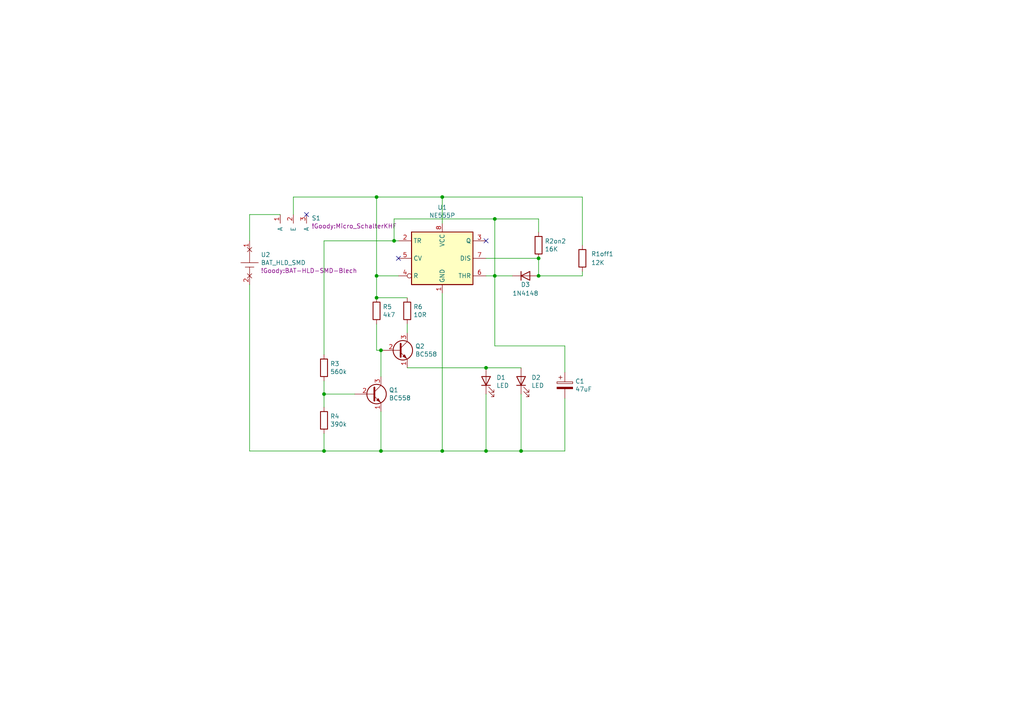
<source format=kicad_sch>
(kicad_sch (version 20230121) (generator eeschema)
  (paper "A4")
  (title_block (title "Lötübung Monster") (date "11.2023") (rev "V1"))
  (lib_symbols
    (symbol "!Goody:BAT_HLD_SMD" (pin_names (offset 1.016))
      (property "Reference" "U" (at -5.08 0 0))
      (property "Value" "BAT_HLD_SMD" (at -10.16 3.81 0))
      (property "Footprint" "KHF_LIB:BAT-HLD-SMD" (at -15.24 6.35 0))
      (symbol "BAT_HLD_SMD_0_1"
        (rectangle (start -1.27 -1.27) (end 1.27 -1.27))
        (rectangle (start -1.27 0) (end -2.54 0))
        (rectangle (start -1.27 0) (end 1.27 0))
        (polyline (pts (xy 0 -3.81) (xy 0 -1.27)))
        (polyline (pts (xy 0 0) (xy 0 3.81)))
        (polyline (pts (xy 1.27 0) (xy 2.54 0)))
      )
      (symbol "BAT_HLD_SMD_1_1"
        (pin power_out non_logic (at 0 6.35 270) (length 2.54) (name "~") (number "1"))
        (pin power_out non_logic (at 0 -6.35 90) (length 2.54) (name "~") (number "2"))
      )
    )
    (symbol "!Goody:ELKO" (pin_numbers hide) (pin_names (offset 0.254))
      (property "Reference" "C" (at 0.635 2.54 0))
      (property "Value" "ELKO" (at 0.635 -2.54 0))
      (symbol "ELKO_0_1"
        (rectangle (start -2.286 0.508) (end 2.286 1.016))
        (polyline (pts (xy -1.778 2.286) (xy -0.762 2.286)))
        (polyline (pts (xy -1.27 2.794) (xy -1.27 1.778)))
        (rectangle (start 2.286 -0.508) (end -2.286 -1.016) (fill (type outline)))
      )
      (symbol "ELKO_1_1"
        (pin passive line (at 0 3.81 270) (length 2.794) (name "~") (number "1"))
        (pin passive line (at 0 -3.81 90) (length 2.794) (name "~") (number "2"))
      )
    )
    (symbol "!Goody:LED" (pin_numbers hide) (pin_names (offset 1.016) hide)
      (property "Reference" "D" (at 0 2.54 0))
      (property "Value" "LED" (at 2.54 -2.54 90))
      (symbol "LED_0_1"
        (polyline (pts (xy 0 -3.81) (xy 0 -1.27)))
        (polyline (pts (xy 1.27 -3.81) (xy -1.27 -3.81)) (stroke (width 0.254)))
        (polyline (pts (xy 1.27 -1.27) (xy -1.27 -1.27) (xy 0 -3.81) (xy 1.27 -1.27)) (stroke (width 0.254)))
        (polyline (pts (xy 0.762 -5.588) (xy 2.286 -7.112) (xy 2.286 -6.35) (xy 2.286 -7.112) (xy 1.524 -7.112)))
        (polyline (pts (xy 0.762 -4.318) (xy 2.286 -5.842) (xy 2.286 -5.08) (xy 2.286 -5.842) (xy 1.524 -5.842)))
      )
      (symbol "LED_1_1"
        (pin passive line (at 0 -6.35 90) (length 2.54) (name "K") (number "1"))
        (pin passive line (at 0 1.27 270) (length 2.54) (name "A") (number "2"))
      )
    )
    (symbol "!Goody:Micro_Schalter" (pin_names (offset 1.016))
      (property "Reference" "S" (at 0 0 0))
      (property "Footprint" "KHF_LIB:Micro_SchalterKHF" (at 0 0 0))
      (symbol "Micro_Schalter_1_1"
        (pin passive line (at -3.81 -2.54 270) (length 2.54) (name "A") (number "1"))
        (pin passive line (at 0 -2.54 270) (length 2.54) (name "E") (number "2"))
        (pin passive line (at 3.81 -2.54 270) (length 2.54) (name "A") (number "3"))
      )
    )
    (symbol "!Goody:R" (pin_numbers hide) (pin_names (offset 0))
      (property "Reference" "R" (at 2.032 0 90))
      (property "Value" "R" (at 0 0 90))
      (symbol "R_0_1"
        (rectangle (start -1.016 -2.54) (end 1.016 2.54) (stroke (width 0.254)))
      )
      (symbol "R_1_1"
        (pin passive line (at 0 3.81 270) (length 1.27) (name "~") (number "1"))
        (pin passive line (at 0 -3.81 90) (length 1.27) (name "~") (number "2"))
      )
    )
    (symbol "Device:Q_NPN_EBC" (pin_names (offset 0) hide)
      (property "Reference" "Q" (at 5.08 1.27 0))
      (property "Value" "Q_NPN_EBC" (at 5.08 -1.27 0))
      (symbol "Q_NPN_EBC_0_1"
        (polyline (pts (xy 0.635 0.635) (xy 2.54 2.54)))
        (polyline (pts (xy 0.635 -0.635) (xy 2.54 -2.54) (xy 2.54 -2.54)))
        (polyline (pts (xy 0.635 1.905) (xy 0.635 -1.905) (xy 0.635 -1.905)) (stroke (width 0.508)))
        (polyline (pts (xy 1.27 -1.778) (xy 1.778 -1.27) (xy 2.286 -2.286) (xy 1.27 -1.778) (xy 1.27 -1.778)) (fill (type outline)))
        (circle (center 1.27 0) (radius 2.8194) (stroke (width 0.254)))
      )
      (symbol "Q_NPN_EBC_1_1"
        (pin passive line (at 2.54 -5.08 90) (length 2.54) (name "E") (number "1"))
        (pin passive line (at -5.08 0 0) (length 5.715) (name "B") (number "2"))
        (pin passive line (at 2.54 5.08 270) (length 2.54) (name "C") (number "3"))
      )
    )
    (symbol "Diode:1N4148" (pin_numbers hide) (pin_names hide)
      (property "Reference" "D" (at 0 2.54 0))
      (property "Value" "1N4148" (at 0 -2.54 0))
      (symbol "1N4148_0_1"
        (polyline (pts (xy -1.27 1.27) (xy -1.27 -1.27)) (stroke (width 0.254)))
        (polyline (pts (xy 1.27 0) (xy -1.27 0)))
        (polyline (pts (xy 1.27 1.27) (xy 1.27 -1.27) (xy -1.27 0) (xy 1.27 1.27)) (stroke (width 0.254)))
      )
      (symbol "1N4148_1_1"
        (pin passive line (at -3.81 0 0) (length 2.54) (name "K") (number "1"))
        (pin passive line (at 3.81 0 180) (length 2.54) (name "A") (number "2"))
      )
    )
    (symbol "Timer:NE555P"
      (property "Reference" "U" (at -10.16 8.89 0))
      (property "Value" "NE555P" (at 2.54 8.89 0))
      (symbol "NE555P_0_0"
        (pin power_in line (at 0 -10.16 90) (length 2.54) (name "GND") (number "1"))
        (pin power_in line (at 0 10.16 270) (length 2.54) (name "VCC") (number "8"))
      )
      (symbol "NE555P_0_1"
        (rectangle (start -8.89 -7.62) (end 8.89 7.62) (stroke (width 0.254)) (fill (type background)))
        (rectangle (start -8.89 -7.62) (end 8.89 7.62) (stroke (width 0.254)) (fill (type background)))
      )
      (symbol "NE555P_1_1"
        (pin input line (at -12.7 5.08 0) (length 3.81) (name "TR") (number "2"))
        (pin output line (at 12.7 5.08 180) (length 3.81) (name "Q") (number "3"))
        (pin input inverted (at -12.7 -5.08 0) (length 3.81) (name "R") (number "4"))
        (pin input line (at -12.7 0 0) (length 3.81) (name "CV") (number "5"))
        (pin input line (at 12.7 -5.08 180) (length 3.81) (name "THR") (number "6"))
        (pin input line (at 12.7 0 180) (length 3.81) (name "DIS") (number "7"))
      )
    )
  )
  (junction (at 156.21 80.01))
  (junction (at 109.22 80.01))
  (junction (at 109.22 86.36))
  (junction (at 109.22 57.15))
  (junction (at 110.49 130.81))
  (junction (at 93.98 130.81))
  (junction (at 114.3 69.85))
  (junction (at 128.27 130.81))
  (junction (at 128.27 57.15))
  (junction (at 143.51 63.5))
  (junction (at 93.98 114.3))
  (junction (at 110.49 101.6))
  (junction (at 156.21 74.93))
  (junction (at 151.13 130.81))
  (junction (at 140.97 130.81))
  (junction (at 140.97 106.68))
  (junction (at 143.51 80.01))
  (no_connect (at 88.9 62.23))
  (no_connect (at 140.97 69.85))
  (no_connect (at 115.57 74.93))
  (wire (pts (xy 109.22 57.15) (xy 128.27 57.15)))
  (wire (pts (xy 156.21 80.01) (xy 168.91 80.01)))
  (wire (pts (xy 118.11 96.52) (xy 118.11 93.98)))
  (wire (pts (xy 118.11 86.36) (xy 109.22 86.36)))
  (wire (pts (xy 93.98 69.85) (xy 114.3 69.85)))
  (wire (pts (xy 93.98 125.73) (xy 93.98 130.81)))
  (wire (pts (xy 143.51 100.33) (xy 163.83 100.33)))
  (wire (pts (xy 72.39 82.55) (xy 72.39 130.81)))
  (wire (pts (xy 156.21 63.5) (xy 143.51 63.5)))
  (wire (pts (xy 72.39 130.81) (xy 93.98 130.81)))
  (wire (pts (xy 109.22 101.6) (xy 110.49 101.6)))
  (wire (pts (xy 93.98 118.11) (xy 93.98 114.3)))
  (wire (pts (xy 143.51 80.01) (xy 143.51 100.33)))
  (wire (pts (xy 109.22 86.36) (xy 109.22 80.01)))
  (wire (pts (xy 168.91 57.15) (xy 168.91 71.12)))
  (wire (pts (xy 72.39 62.23) (xy 81.28 62.23)))
  (wire (pts (xy 140.97 106.68) (xy 151.13 106.68)))
  (wire (pts (xy 93.98 114.3) (xy 93.98 110.49)))
  (wire (pts (xy 128.27 57.15) (xy 128.27 64.77)))
  (wire (pts (xy 140.97 106.68) (xy 118.11 106.68)))
  (wire (pts (xy 85.09 62.23) (xy 85.09 57.15)))
  (wire (pts (xy 128.27 57.15) (xy 168.91 57.15)))
  (wire (pts (xy 163.83 130.81) (xy 151.13 130.81)))
  (wire (pts (xy 93.98 130.81) (xy 110.49 130.81)))
  (wire (pts (xy 110.49 130.81) (xy 128.27 130.81)))
  (wire (pts (xy 163.83 100.33) (xy 163.83 107.95)))
  (wire (pts (xy 72.39 69.85) (xy 72.39 62.23)))
  (wire (pts (xy 128.27 130.81) (xy 140.97 130.81)))
  (wire (pts (xy 110.49 119.38) (xy 110.49 130.81)))
  (wire (pts (xy 140.97 130.81) (xy 151.13 130.81)))
  (wire (pts (xy 140.97 74.93) (xy 156.21 74.93)))
  (wire (pts (xy 148.59 80.01) (xy 143.51 80.01)))
  (wire (pts (xy 140.97 114.3) (xy 140.97 130.81)))
  (wire (pts (xy 156.21 67.31) (xy 156.21 63.5)))
  (wire (pts (xy 110.49 101.6) (xy 110.49 109.22)))
  (wire (pts (xy 163.83 115.57) (xy 163.83 130.81)))
  (wire (pts (xy 93.98 69.85) (xy 93.98 102.87)))
  (wire (pts (xy 156.21 74.93) (xy 156.21 80.01)))
  (wire (pts (xy 143.51 63.5) (xy 114.3 63.5)))
  (wire (pts (xy 109.22 80.01) (xy 109.22 57.15)))
  (wire (pts (xy 115.57 80.01) (xy 109.22 80.01)))
  (wire (pts (xy 168.91 80.01) (xy 168.91 78.74)))
  (wire (pts (xy 114.3 69.85) (xy 115.57 69.85)))
  (wire (pts (xy 85.09 57.15) (xy 109.22 57.15)))
  (wire (pts (xy 143.51 80.01) (xy 143.51 63.5)))
  (wire (pts (xy 102.87 114.3) (xy 93.98 114.3)))
  (wire (pts (xy 143.51 80.01) (xy 140.97 80.01)))
  (wire (pts (xy 109.22 93.98) (xy 109.22 101.6)))
  (wire (pts (xy 128.27 85.09) (xy 128.27 130.81)))
  (wire (pts (xy 151.13 130.81) (xy 151.13 114.3)))
  (wire (pts (xy 114.3 63.5) (xy 114.3 69.85)))
  (symbol (lib_id "Timer:NE555P") (at 128.27 74.93 0) (unit 1)
    (property "Reference" "U1" (at 128.27 60.1726 0))
    (property "Value" "NE555P" (at 128.27 62.484 0))
    (property "Footprint" "Package_DIP:DIP-8_W7.62mm" (effects hide))
    (property "Datasheet" "http://www.ti.com/lit/ds/symlink/ne555.pdf" (effects hide))
  )
  (symbol (lib_id "Diode:1N4148") (at 152.4 80.01 0) (unit 1)
    (property "Reference" "D3" (at 152.4 82.55 0))
    (property "Value" "1N4148" (at 152.4 85.09 0))
    (property "Footprint" "Diode_THT:D_DO-35_SOD27_P7.62mm_Horizontal" (effects hide))
    (property "Datasheet" "https://assets.nexperia.com/documents/data-sheet/1N4148_1N4448.pdf" (effects hide))
  )
  (symbol (lib_id "!Goody:ELKO") (at 163.83 111.76 0) (unit 1)
    (property "Reference" "C1" (at 166.8272 110.5916 0) (effects (justify left)))
    (property "Value" "47uF" (at 166.8272 112.903 0) (effects (justify left)))
    (property "Footprint" "Capacitor_THT:CP_Radial_D6.3mm_P2.50mm" (effects hide))
  )
  (symbol (lib_id "!Goody:R") (at 93.98 106.68 0) (unit 1)
    (property "Reference" "R3" (at 95.758 105.5116 0) (effects (justify left)))
    (property "Value" "560k" (at 95.758 107.823 0) (effects (justify left)))
    (property "Footprint" "Resistor_THT:R_Axial_DIN0207_L6.3mm_D2.5mm_P10.16mm_Horizontal" (effects hide))
  )
  (symbol (lib_id "!Goody:R") (at 93.98 121.92 0) (unit 1)
    (property "Reference" "R4" (at 95.758 120.7516 0) (effects (justify left)))
    (property "Value" "390k" (at 95.758 123.063 0) (effects (justify left)))
    (property "Footprint" "Resistor_THT:R_Axial_DIN0207_L6.3mm_D2.5mm_P10.16mm_Horizontal" (effects hide))
  )
  (symbol (lib_id "Device:Q_NPN_EBC") (at 107.95 114.3 0) (unit 1)
    (property "Reference" "Q1" (at 112.8014 113.1316 0) (effects (justify left)))
    (property "Value" "BC558" (at 112.8014 115.443 0) (effects (justify left)))
    (property "Footprint" "!Goody:TO-92L_Wide" (effects hide))
  )
  (symbol (lib_id "Device:Q_NPN_EBC") (at 115.57 101.6 0) (unit 1)
    (property "Reference" "Q2" (at 120.4214 100.4316 0) (effects (justify left)))
    (property "Value" "BC558" (at 120.4214 102.743 0) (effects (justify left)))
    (property "Footprint" "!Goody:TO-92L_Wide" (effects hide))
  )
  (symbol (lib_id "!Goody:LED") (at 140.97 107.95 0) (unit 1)
    (property "Reference" "D1" (at 143.9672 109.4994 0) (effects (justify left)))
    (property "Value" "LED" (at 143.9672 111.8108 0) (effects (justify left)))
    (property "Footprint" "LED_THT:LED_D5.0mm" (effects hide))
  )
  (symbol (lib_id "!Goody:LED") (at 151.13 107.95 0) (unit 1)
    (property "Reference" "D2" (at 154.1272 109.4994 0) (effects (justify left)))
    (property "Value" "LED" (at 154.1272 111.8108 0) (effects (justify left)))
    (property "Footprint" "LED_THT:LED_D5.0mm" (effects hide))
  )
  (symbol (lib_id "!Goody:BAT_HLD_SMD") (at 72.39 76.2 0) (unit 1)
    (property "Reference" "U2" (at 75.6412 73.8886 0) (effects (justify left)))
    (property "Value" "BAT_HLD_SMD" (at 75.6412 76.2 0) (effects (justify left)))
    (property "Footprint" "!Goody:BAT-HLD-SMD-Blech" (at 75.6412 78.5114 0) (effects (justify left)))
  )
  (symbol (lib_id "!Goody:Micro_Schalter") (at 85.09 59.69 0) (unit 1)
    (property "Reference" "S1" (at 90.3732 63.2714 0) (effects (justify left)))
    (property "Value" "Micro_Schalter" (effects hide))
    (property "Footprint" "!Goody:Micro_SchalterKHF" (at 90.3732 65.5828 0) (effects (justify left)))
  )
  (symbol (lib_id "!Goody:R") (at 118.11 90.17 0) (unit 1)
    (property "Reference" "R6" (at 119.888 89.0016 0) (effects (justify left)))
    (property "Value" "10R" (at 119.888 91.313 0) (effects (justify left)))
    (property "Footprint" "Resistor_THT:R_Axial_DIN0207_L6.3mm_D2.5mm_P10.16mm_Horizontal" (effects hide))
  )
  (symbol (lib_id "!Goody:R") (at 109.22 90.17 0) (unit 1)
    (property "Reference" "R5" (at 110.998 89.0016 0) (effects (justify left)))
    (property "Value" "4k7" (at 110.998 91.313 0) (effects (justify left)))
    (property "Footprint" "Resistor_THT:R_Axial_DIN0207_L6.3mm_D2.5mm_P10.16mm_Horizontal" (effects hide))
  )
  (symbol (lib_id "!Goody:R") (at 156.21 71.12 0) (unit 1)
    (property "Reference" "R2on2" (at 157.988 69.9516 0) (effects (justify left)))
    (property "Value" "16K" (at 157.988 72.263 0) (effects (justify left)))
    (property "Footprint" "Resistor_THT:R_Axial_DIN0207_L6.3mm_D2.5mm_P10.16mm_Horizontal" (effects hide))
  )
  (symbol (lib_id "!Goody:R") (at 168.91 74.93 0) (unit 1)
    (property "Reference" "R1off1" (at 171.45 73.66 0) (effects (justify left)))
    (property "Value" "12K" (at 171.45 76.2 0) (effects (justify left)))
    (property "Footprint" "Resistor_THT:R_Axial_DIN0207_L6.3mm_D2.5mm_P10.16mm_Horizontal" (effects hide))
  )
)
</source>
